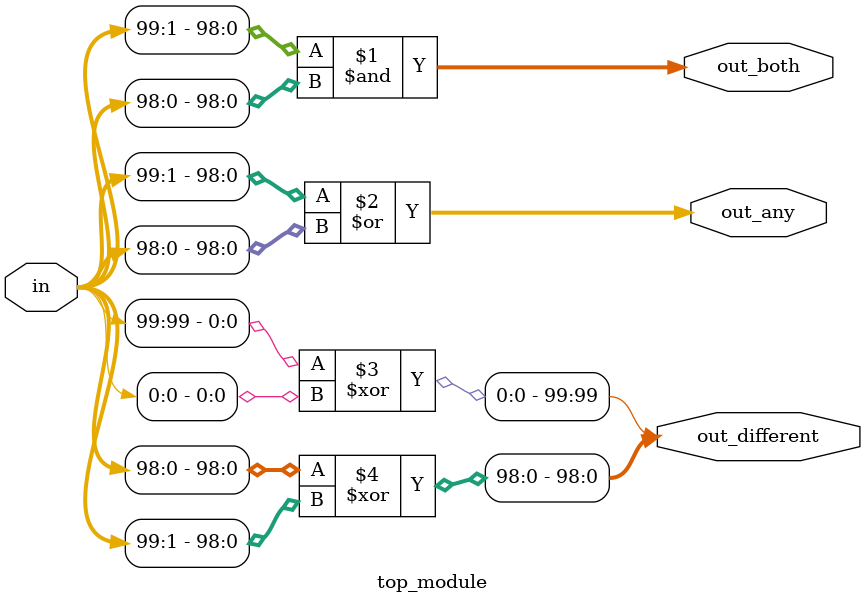
<source format=sv>
module top_module (
	input [99:0] in,
	output [98:0] out_both,
	output [99:1] out_any,
	output [99:0] out_different
);

	// Generate out_both
	assign out_both = in[99:1] & in[98:0];
	
	// Generate out_any
	assign out_any = in[99:1] | in[98:0];

	// Generate out_different
	assign out_different[99] = in[99] ^ in[0]; // Wrapping around case
	assign out_different[98:0] = in[98:0] ^ in[99:1];

endmodule

</source>
